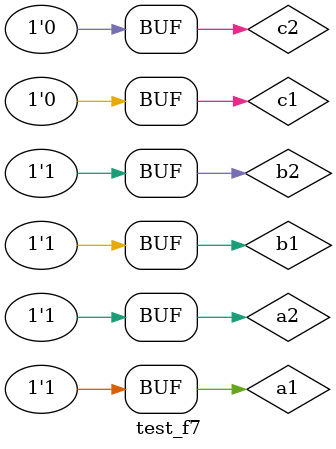
<source format=v>
/*
    -identificação: 

Guia_0706 - 12 / 09 / 2024

Nome: Davi Cândido de Almeida
Matricula: 857859
Código de Pessoa: 1527368

*/



 module f0706( output s, input a1, input b1, input c1, input a2, input b2, input c2);
    
    // definir dados locais

    xnor XNOR1(xnor1, a1, a2);
    xnor XNOR2(xnor2, b1, b2);
    xnor XNOR3(xnor3, c1, c2);

    and AND(s, xnor1, xnor2, xnor3);

 endmodule // mux
    
 module test_f7;

    // ------------------------- definir dados
    reg a1;
    reg b1;
    reg c1;

    reg a2;
    reg b2;
    reg c2;



    f0706 f0706 ( Resf0706, a1, b1, c1, a2, b2, c2 );

    // ------------------------- parte principal
    initial
    begin : main
        $display("Guia_0706 - Davi Cândido de Almeida - 857859");
        $display("  Comparações: 1-igual  0-diferente   ");
 
        $display("   a1  b1  c1   a2  b2  c2     Result");
        // projetar testes do modulo
        a1 = 1'b0; b1 = 1'b0; c1= 1'b0; a2 = 1'b0; b2 = 1'b0; #1; c2 = 1'b0; #1;

        #1 $monitor("%4b%4b%4b %4b%4b%4b    %4b", a1, b1, c1, a2, b2, c2,  Resf0706);
        //#1 $monitor("%4b %4b %4b  %4b %4b", x, y, sel, Resf0706_or, Resf0706_Nor);

  // Combinations with sel_3 = 0
        // sel_1 = 0, sel_2 = 0
        a1 = 1'b0; b1 = 1'b0; c1 = 1'b0; a2 = 1'b0; b2 = 1'b0; #1; c2 = 1'b0; #1;
        a1 = 1'b0; b1 = 1'b1; c1 = 1'b0; a2 = 1'b0; b2 = 1'b0; #1; c2 = 1'b0; #1;
        a1 = 1'b1; b1 = 1'b0; c1 = 1'b0; a2 = 1'b0; b2 = 1'b0; #1; c2 = 1'b0; #1;
        a1 = 1'b1; b1 = 1'b1; c1 = 1'b0; a2 = 1'b0; b2 = 1'b0; #1; c2 = 1'b0; #1;
        a1 = 1'b0; b1 = 1'b0; c1 = 1'b0; a2 = 1'b1; b2 = 1'b0; #1; c2 = 1'b0; #1;
        a1 = 1'b0; b1 = 1'b1; c1 = 1'b0; a2 = 1'b1; b2 = 1'b0; #1; c2 = 1'b0; #1;
        a1 = 1'b1; b1 = 1'b0; c1 = 1'b0; a2 = 1'b1; b2 = 1'b0; #1; c2 = 1'b0; #1;
        a1 = 1'b1; b1 = 1'b1; c1 = 1'b0; a2 = 1'b1; b2 = 1'b0; #1; c2 = 1'b0; #1;

        a1 = 1'b0; b1 = 1'b0; c1 = 1'b0; a2 = 1'b0; b2 = 1'b1; #1; c2 = 1'b0; #1;
        a1 = 1'b0; b1 = 1'b1; c1 = 1'b0; a2 = 1'b0; b2 = 1'b1; #1; c2 = 1'b0; #1;
        a1 = 1'b1; b1 = 1'b0; c1 = 1'b0; a2 = 1'b0; b2 = 1'b1; #1; c2 = 1'b0; #1;
        a1 = 1'b1; b1 = 1'b1; c1 = 1'b0; a2 = 1'b0; b2 = 1'b1; #1; c2 = 1'b0; #1;
        a1 = 1'b0; b1 = 1'b0; c1 = 1'b0; a2 = 1'b1; b2 = 1'b1; #1; c2 = 1'b0; #1;
        a1 = 1'b0; b1 = 1'b1; c1 = 1'b0; a2 = 1'b1; b2 = 1'b1; #1; c2 = 1'b0; #1;
        a1 = 1'b1; b1 = 1'b0; c1 = 1'b0; a2 = 1'b1; b2 = 1'b1; #1; c2 = 1'b0; #1;
        a1 = 1'b1; b1 = 1'b1; c1 = 1'b0; a2 = 1'b1; b2 = 1'b1; #1; c2 = 1'b0; #1;


    end
endmodule // test_f7


/*
    -Saídas de resultados:

Guia_0706 - Davi Cândido de Almeida - 857859
  Comparações: 1-igual  0-diferente   
   a1  b1  c1   a2  b2  c2     Result
   0   0   0    0   0   0       1
   0   1   0    0   0   0       0
   1   0   0    0   0   0       0
   1   1   0    0   0   0       0
   0   0   0    1   0   0       0
   0   1   0    1   0   0       0
   1   0   0    1   0   0       1
   1   1   0    1   0   0       0
   0   0   0    0   1   0       0
   0   1   0    0   1   0       1
   1   0   0    0   1   0       0
   1   1   0    0   1   0       0
   0   0   0    1   1   0       0
   0   1   0    1   1   0       0
   1   0   0    1   1   0       0
   1   1   0    1   1   0       1
*/

/*
    -Notas:

Para compilar: iverilog -o Guia_0706.vvp Guia_0706.v
Para executar: vvp Guia_0706.vvp
*/


</source>
